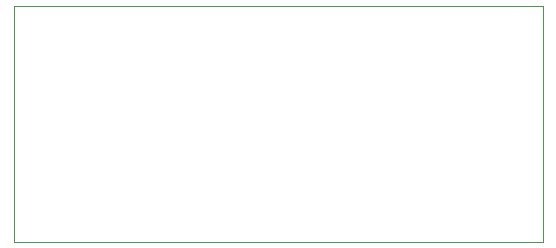
<source format=gbr>
%TF.GenerationSoftware,KiCad,Pcbnew,8.0.8*%
%TF.CreationDate,2025-06-16T12:41:12-07:00*%
%TF.ProjectId,lmr51635,6c6d7235-3136-4333-952e-6b696361645f,rev?*%
%TF.SameCoordinates,Original*%
%TF.FileFunction,Profile,NP*%
%FSLAX46Y46*%
G04 Gerber Fmt 4.6, Leading zero omitted, Abs format (unit mm)*
G04 Created by KiCad (PCBNEW 8.0.8) date 2025-06-16 12:41:12*
%MOMM*%
%LPD*%
G01*
G04 APERTURE LIST*
%TA.AperFunction,Profile*%
%ADD10C,0.050000*%
%TD*%
G04 APERTURE END LIST*
D10*
X101200000Y-104000000D02*
X146000000Y-104000000D01*
X146000000Y-124000000D01*
X101200000Y-124000000D01*
X101200000Y-104000000D01*
M02*

</source>
